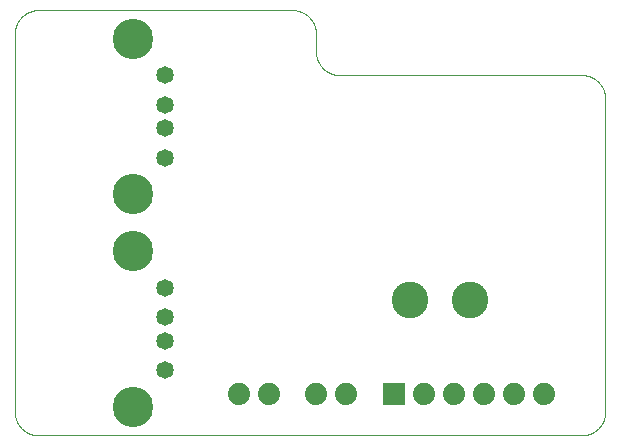
<source format=gbs>
G75*
%MOIN*%
%OFA0B0*%
%FSLAX25Y25*%
%IPPOS*%
%LPD*%
%AMOC8*
5,1,8,0,0,1.08239X$1,22.5*
%
%ADD10C,0.00000*%
%ADD11R,0.07400X0.07400*%
%ADD12C,0.07400*%
%ADD13C,0.13455*%
%ADD14C,0.05833*%
%ADD15C,0.12211*%
D10*
X0010226Y0002294D02*
X0191329Y0002294D01*
X0191329Y0002295D02*
X0191519Y0002297D01*
X0191709Y0002304D01*
X0191899Y0002316D01*
X0192089Y0002332D01*
X0192278Y0002352D01*
X0192467Y0002378D01*
X0192655Y0002407D01*
X0192842Y0002442D01*
X0193028Y0002481D01*
X0193213Y0002524D01*
X0193398Y0002572D01*
X0193581Y0002624D01*
X0193762Y0002680D01*
X0193942Y0002741D01*
X0194121Y0002807D01*
X0194298Y0002876D01*
X0194474Y0002950D01*
X0194647Y0003028D01*
X0194819Y0003111D01*
X0194988Y0003197D01*
X0195156Y0003287D01*
X0195321Y0003382D01*
X0195484Y0003480D01*
X0195644Y0003583D01*
X0195802Y0003689D01*
X0195957Y0003799D01*
X0196110Y0003912D01*
X0196260Y0004030D01*
X0196406Y0004151D01*
X0196550Y0004275D01*
X0196691Y0004403D01*
X0196829Y0004534D01*
X0196964Y0004669D01*
X0197095Y0004807D01*
X0197223Y0004948D01*
X0197347Y0005092D01*
X0197468Y0005238D01*
X0197586Y0005388D01*
X0197699Y0005541D01*
X0197809Y0005696D01*
X0197915Y0005854D01*
X0198018Y0006014D01*
X0198116Y0006177D01*
X0198211Y0006342D01*
X0198301Y0006510D01*
X0198387Y0006679D01*
X0198470Y0006851D01*
X0198548Y0007024D01*
X0198622Y0007200D01*
X0198691Y0007377D01*
X0198757Y0007556D01*
X0198818Y0007736D01*
X0198874Y0007917D01*
X0198926Y0008100D01*
X0198974Y0008285D01*
X0199017Y0008470D01*
X0199056Y0008656D01*
X0199091Y0008843D01*
X0199120Y0009031D01*
X0199146Y0009220D01*
X0199166Y0009409D01*
X0199182Y0009599D01*
X0199194Y0009789D01*
X0199201Y0009979D01*
X0199203Y0010169D01*
X0199203Y0114499D01*
X0199201Y0114689D01*
X0199194Y0114879D01*
X0199182Y0115069D01*
X0199166Y0115259D01*
X0199146Y0115448D01*
X0199120Y0115637D01*
X0199091Y0115825D01*
X0199056Y0116012D01*
X0199017Y0116198D01*
X0198974Y0116383D01*
X0198926Y0116568D01*
X0198874Y0116751D01*
X0198818Y0116932D01*
X0198757Y0117112D01*
X0198691Y0117291D01*
X0198622Y0117468D01*
X0198548Y0117644D01*
X0198470Y0117817D01*
X0198387Y0117989D01*
X0198301Y0118158D01*
X0198211Y0118326D01*
X0198116Y0118491D01*
X0198018Y0118654D01*
X0197915Y0118814D01*
X0197809Y0118972D01*
X0197699Y0119127D01*
X0197586Y0119280D01*
X0197468Y0119430D01*
X0197347Y0119576D01*
X0197223Y0119720D01*
X0197095Y0119861D01*
X0196964Y0119999D01*
X0196829Y0120134D01*
X0196691Y0120265D01*
X0196550Y0120393D01*
X0196406Y0120517D01*
X0196260Y0120638D01*
X0196110Y0120756D01*
X0195957Y0120869D01*
X0195802Y0120979D01*
X0195644Y0121085D01*
X0195484Y0121188D01*
X0195321Y0121286D01*
X0195156Y0121381D01*
X0194988Y0121471D01*
X0194819Y0121557D01*
X0194647Y0121640D01*
X0194474Y0121718D01*
X0194298Y0121792D01*
X0194121Y0121861D01*
X0193942Y0121927D01*
X0193762Y0121988D01*
X0193581Y0122044D01*
X0193398Y0122096D01*
X0193213Y0122144D01*
X0193028Y0122187D01*
X0192842Y0122226D01*
X0192655Y0122261D01*
X0192467Y0122290D01*
X0192278Y0122316D01*
X0192089Y0122336D01*
X0191899Y0122352D01*
X0191709Y0122364D01*
X0191519Y0122371D01*
X0191329Y0122373D01*
X0110620Y0122373D01*
X0110430Y0122375D01*
X0110240Y0122382D01*
X0110050Y0122394D01*
X0109860Y0122410D01*
X0109671Y0122430D01*
X0109482Y0122456D01*
X0109294Y0122485D01*
X0109107Y0122520D01*
X0108921Y0122559D01*
X0108736Y0122602D01*
X0108551Y0122650D01*
X0108368Y0122702D01*
X0108187Y0122758D01*
X0108007Y0122819D01*
X0107828Y0122885D01*
X0107651Y0122954D01*
X0107475Y0123028D01*
X0107302Y0123106D01*
X0107130Y0123189D01*
X0106961Y0123275D01*
X0106793Y0123365D01*
X0106628Y0123460D01*
X0106465Y0123558D01*
X0106305Y0123661D01*
X0106147Y0123767D01*
X0105992Y0123877D01*
X0105839Y0123990D01*
X0105689Y0124108D01*
X0105543Y0124229D01*
X0105399Y0124353D01*
X0105258Y0124481D01*
X0105120Y0124612D01*
X0104985Y0124747D01*
X0104854Y0124885D01*
X0104726Y0125026D01*
X0104602Y0125170D01*
X0104481Y0125316D01*
X0104363Y0125466D01*
X0104250Y0125619D01*
X0104140Y0125774D01*
X0104034Y0125932D01*
X0103931Y0126092D01*
X0103833Y0126255D01*
X0103738Y0126420D01*
X0103648Y0126588D01*
X0103562Y0126757D01*
X0103479Y0126929D01*
X0103401Y0127102D01*
X0103327Y0127278D01*
X0103258Y0127455D01*
X0103192Y0127634D01*
X0103131Y0127814D01*
X0103075Y0127995D01*
X0103023Y0128178D01*
X0102975Y0128363D01*
X0102932Y0128548D01*
X0102893Y0128734D01*
X0102858Y0128921D01*
X0102829Y0129109D01*
X0102803Y0129298D01*
X0102783Y0129487D01*
X0102767Y0129677D01*
X0102755Y0129867D01*
X0102748Y0130057D01*
X0102746Y0130247D01*
X0102746Y0136153D01*
X0102744Y0136343D01*
X0102737Y0136533D01*
X0102725Y0136723D01*
X0102709Y0136913D01*
X0102689Y0137102D01*
X0102663Y0137291D01*
X0102634Y0137479D01*
X0102599Y0137666D01*
X0102560Y0137852D01*
X0102517Y0138037D01*
X0102469Y0138222D01*
X0102417Y0138405D01*
X0102361Y0138586D01*
X0102300Y0138766D01*
X0102234Y0138945D01*
X0102165Y0139122D01*
X0102091Y0139298D01*
X0102013Y0139471D01*
X0101930Y0139643D01*
X0101844Y0139812D01*
X0101754Y0139980D01*
X0101659Y0140145D01*
X0101561Y0140308D01*
X0101458Y0140468D01*
X0101352Y0140626D01*
X0101242Y0140781D01*
X0101129Y0140934D01*
X0101011Y0141084D01*
X0100890Y0141230D01*
X0100766Y0141374D01*
X0100638Y0141515D01*
X0100507Y0141653D01*
X0100372Y0141788D01*
X0100234Y0141919D01*
X0100093Y0142047D01*
X0099949Y0142171D01*
X0099803Y0142292D01*
X0099653Y0142410D01*
X0099500Y0142523D01*
X0099345Y0142633D01*
X0099187Y0142739D01*
X0099027Y0142842D01*
X0098864Y0142940D01*
X0098699Y0143035D01*
X0098531Y0143125D01*
X0098362Y0143211D01*
X0098190Y0143294D01*
X0098017Y0143372D01*
X0097841Y0143446D01*
X0097664Y0143515D01*
X0097485Y0143581D01*
X0097305Y0143642D01*
X0097124Y0143698D01*
X0096941Y0143750D01*
X0096756Y0143798D01*
X0096571Y0143841D01*
X0096385Y0143880D01*
X0096198Y0143915D01*
X0096010Y0143944D01*
X0095821Y0143970D01*
X0095632Y0143990D01*
X0095442Y0144006D01*
X0095252Y0144018D01*
X0095062Y0144025D01*
X0094872Y0144027D01*
X0010226Y0144027D01*
X0010036Y0144025D01*
X0009846Y0144018D01*
X0009656Y0144006D01*
X0009466Y0143990D01*
X0009277Y0143970D01*
X0009088Y0143944D01*
X0008900Y0143915D01*
X0008713Y0143880D01*
X0008527Y0143841D01*
X0008342Y0143798D01*
X0008157Y0143750D01*
X0007974Y0143698D01*
X0007793Y0143642D01*
X0007613Y0143581D01*
X0007434Y0143515D01*
X0007257Y0143446D01*
X0007081Y0143372D01*
X0006908Y0143294D01*
X0006736Y0143211D01*
X0006567Y0143125D01*
X0006399Y0143035D01*
X0006234Y0142940D01*
X0006071Y0142842D01*
X0005911Y0142739D01*
X0005753Y0142633D01*
X0005598Y0142523D01*
X0005445Y0142410D01*
X0005295Y0142292D01*
X0005149Y0142171D01*
X0005005Y0142047D01*
X0004864Y0141919D01*
X0004726Y0141788D01*
X0004591Y0141653D01*
X0004460Y0141515D01*
X0004332Y0141374D01*
X0004208Y0141230D01*
X0004087Y0141084D01*
X0003969Y0140934D01*
X0003856Y0140781D01*
X0003746Y0140626D01*
X0003640Y0140468D01*
X0003537Y0140308D01*
X0003439Y0140145D01*
X0003344Y0139980D01*
X0003254Y0139812D01*
X0003168Y0139643D01*
X0003085Y0139471D01*
X0003007Y0139298D01*
X0002933Y0139122D01*
X0002864Y0138945D01*
X0002798Y0138766D01*
X0002737Y0138586D01*
X0002681Y0138405D01*
X0002629Y0138222D01*
X0002581Y0138037D01*
X0002538Y0137852D01*
X0002499Y0137666D01*
X0002464Y0137479D01*
X0002435Y0137291D01*
X0002409Y0137102D01*
X0002389Y0136913D01*
X0002373Y0136723D01*
X0002361Y0136533D01*
X0002354Y0136343D01*
X0002352Y0136153D01*
X0002352Y0010169D01*
X0002354Y0009979D01*
X0002361Y0009789D01*
X0002373Y0009599D01*
X0002389Y0009409D01*
X0002409Y0009220D01*
X0002435Y0009031D01*
X0002464Y0008843D01*
X0002499Y0008656D01*
X0002538Y0008470D01*
X0002581Y0008285D01*
X0002629Y0008100D01*
X0002681Y0007917D01*
X0002737Y0007736D01*
X0002798Y0007556D01*
X0002864Y0007377D01*
X0002933Y0007200D01*
X0003007Y0007024D01*
X0003085Y0006851D01*
X0003168Y0006679D01*
X0003254Y0006510D01*
X0003344Y0006342D01*
X0003439Y0006177D01*
X0003537Y0006014D01*
X0003640Y0005854D01*
X0003746Y0005696D01*
X0003856Y0005541D01*
X0003969Y0005388D01*
X0004087Y0005238D01*
X0004208Y0005092D01*
X0004332Y0004948D01*
X0004460Y0004807D01*
X0004591Y0004669D01*
X0004726Y0004534D01*
X0004864Y0004403D01*
X0005005Y0004275D01*
X0005149Y0004151D01*
X0005295Y0004030D01*
X0005445Y0003912D01*
X0005598Y0003799D01*
X0005753Y0003689D01*
X0005911Y0003583D01*
X0006071Y0003480D01*
X0006234Y0003382D01*
X0006399Y0003287D01*
X0006567Y0003197D01*
X0006736Y0003111D01*
X0006908Y0003028D01*
X0007081Y0002950D01*
X0007257Y0002876D01*
X0007434Y0002807D01*
X0007613Y0002741D01*
X0007793Y0002680D01*
X0007974Y0002624D01*
X0008157Y0002572D01*
X0008342Y0002524D01*
X0008527Y0002481D01*
X0008713Y0002442D01*
X0008900Y0002407D01*
X0009088Y0002378D01*
X0009277Y0002352D01*
X0009466Y0002332D01*
X0009656Y0002316D01*
X0009846Y0002304D01*
X0010036Y0002297D01*
X0010226Y0002295D01*
D11*
X0128927Y0016074D03*
D12*
X0138927Y0016074D03*
X0148927Y0016074D03*
X0158927Y0016074D03*
X0168927Y0016074D03*
X0178927Y0016074D03*
X0112746Y0016074D03*
X0102746Y0016074D03*
X0087156Y0016074D03*
X0077156Y0016074D03*
D13*
X0041722Y0011861D03*
X0041722Y0063594D03*
X0041722Y0082728D03*
X0041722Y0134460D03*
D14*
X0052392Y0122373D03*
X0052392Y0112531D03*
X0052392Y0104657D03*
X0052392Y0094814D03*
X0052392Y0051507D03*
X0052392Y0041665D03*
X0052392Y0033791D03*
X0052392Y0023948D03*
D15*
X0134085Y0047570D03*
X0154085Y0047570D03*
M02*

</source>
